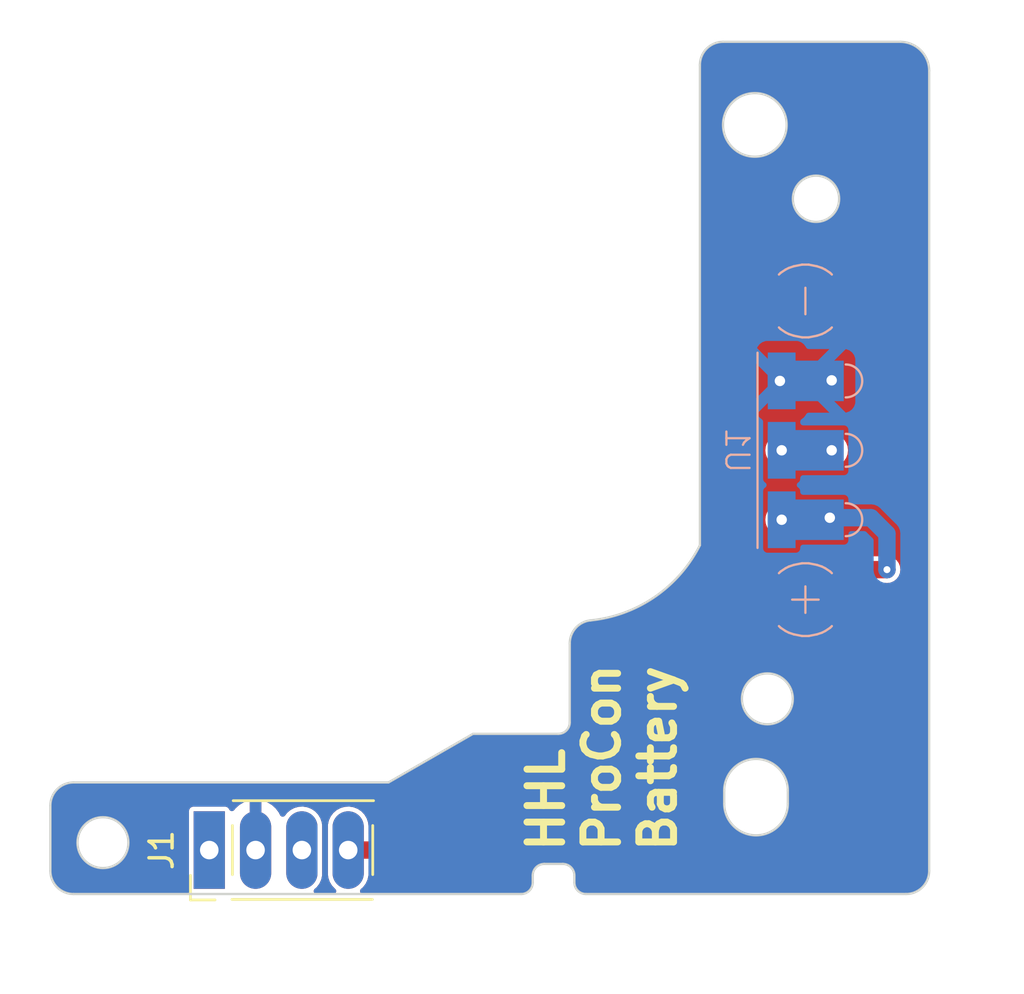
<source format=kicad_pcb>
(kicad_pcb (version 20221018) (generator pcbnew)
  (layers (0 "F.Cu" signal) (31 "B.Cu" signal) (34 "B.Paste" user) (35 "F.Paste" user) (36 "B.SilkS" user "B.Silkscreen") (37 "F.SilkS" user "F.Silkscreen") (38 "B.Mask" user) (39 "F.Mask" user) (44 "Edge.Cuts" user))
  (net 0 "")
  (net 1 "BATTERY_TS_TIEDOWN")
  (net 2 "GND")
  (net 3 "BATTERY_TS_SENSE")
  (net 4 "BATTERY_POS")
  (net 5 "unconnected-(U1-NC-Pad2)")
  (footprint "hhl:4PinHeaderLong" (layer "F.Cu") (at 51.6072 51.1302 90)
    (fp_text reference "J1" (at 0 -2.06 90) (layer "F.SilkS"))
    (fp_text value "Conn_01x04_Pin")
    (fp_line (start -2.1556 -0.8128) (end -1.0956 -0.8128) (stroke (width 0.12)) (layer "F.SilkS"))
    (fp_line (start -2.1556 0.2472) (end -2.1556 -0.8128) (stroke (width 0.12)) (layer "F.SilkS"))
    (fp_line (start -2.1336 0.9832) (end -2.1336 7.0432) (stroke (width 0.12)) (layer "F.SilkS"))
    (fp_line (start -1.06 1) (end 1.06 1) (stroke (width 0.12)) (layer "F.SilkS"))
    (fp_line (start -1.06 7.06) (end 1.06 7.06) (stroke (width 0.12)) (layer "F.SilkS"))
    (fp_line (start 2.1336 1.034) (end 2.1336 7.094) (stroke (width 0.12)) (layer "F.SilkS"))
    (pad "1" thru_hole rect (at 0 0 90) (size 3.35 1.35) (drill 0.8) (layers "*.Cu" "*.Mask") (net 1 "BATTERY_TS_TIEDOWN"))
    (pad "2" thru_hole oval (at 0 2 90) (size 3.35 1.35) (drill 0.8) (layers "*.Cu" "*.Mask") (net 2 "GND"))
    (pad "3" thru_hole oval (at 0 4 90) (size 3.35 1.35) (drill 0.8) (layers "*.Cu" "*.Mask") (net 3 "BATTERY_TS_SENSE"))
    (pad "4" thru_hole oval (at 0 6 90) (size 3.35 1.35) (drill 0.8) (layers "*.Cu" "*.Mask") (net 4 "BATTERY_POS"))
  )
  (footprint "hhl:1982633-1" (layer "B.Cu") (at 77.367 33.8582 90)
    (fp_text reference "U1" (at 0 -2.9704 270 unlocked) (layer "B.SilkS") (effects (font (thickness 0.1)) (justify mirror)))
    (fp_text value "1982633-1")
    (fp_text user "(+)" (at -6.4516 0.1016 270 unlocked) (layer "B.SilkS") (effects (font (size 1.5 1.5) (thickness 0.1)) (justify mirror)))
    (fp_text user "(-)" (at 6.4516 0.1016 270 unlocked) (layer "B.SilkS") (effects (font (size 1.5 1.5) (thickness 0.1)) (justify mirror)))
    (fp_line (start -4.2164 -2.0828) (end 4.2164 -2.0828) (stroke (width 0.1)) (layer "B.SilkS"))
    (fp_arc (start -2.286 1.7272) (mid -2.9972 2.4384) (end -3.7084 1.7272) (stroke (width 0.1)) (layer "B.SilkS"))
    (fp_arc (start 0.7112 1.7272) (mid 0 2.4384) (end -0.7112 1.7272) (stroke (width 0.1)) (layer "B.SilkS"))
    (fp_arc (start 3.7084 1.7272) (mid 2.9972 2.4384) (end 2.286 1.7272) (stroke (width 0.1)) (layer "B.SilkS"))
    (pad "1" smd rect (at -3 -1.04 90) (size 2.45 1.2) (layers "B.Cu" "B.Paste" "B.Mask") (net 4 "BATTERY_POS"))
    (pad "1" smd rect (at -3 0 90) (size 1.75 3.28) (layers "B.Cu" "B.Paste" "B.Mask") (net 4 "BATTERY_POS"))
    (pad "2" smd rect (at 0 -1.04 90) (size 2.45 1.2) (layers "B.Cu" "B.Paste" "B.Mask") (net 5 "unconnected-(U1-NC-Pad2)"))
    (pad "2" smd rect (at 0 0 90) (size 1.75 3.28) (layers "B.Cu" "B.Paste" "B.Mask") (net 5 "unconnected-(U1-NC-Pad2)"))
    (pad "3" smd rect (at 3 -1.04 90) (size 2.45 1.2) (layers "B.Cu" "B.Paste" "B.Mask") (net 2 "GND"))
    (pad "3" smd rect (at 3 0 90) (size 1.75 3.28) (layers "B.Cu" "B.Paste" "B.Mask") (net 2 "GND"))
  )
  (gr_line (start 44.7464 52.0294) (end 44.7464 49.2094) (stroke (width 0.1)) (layer "Edge.Cuts"))
  (gr_circle (center 77.809584 22.9901) (end 76.809584 22.9901) (stroke (width 0.1)) (fill none) (layer "Edge.Cuts"))
  (gr_line (start 65.5764 52.2294) (end 65.5764 52.5294) (stroke (width 0.1)) (layer "Edge.Cuts"))
  (gr_line (start 81.6964 53.0294) (end 67.8764 53.0294) (stroke (width 0.1)) (layer "Edge.Cuts"))
  (gr_line (start 76.594369 49.118379) (end 76.594369 48.568381) (stroke (width 0.1)) (layer "Edge.Cuts"))
  (gr_circle (center 47.015895 50.808722) (end 45.915895 50.808722) (stroke (width 0.1)) (fill none) (layer "Edge.Cuts"))
  (gr_arc (start 67.1764 45.6094) (mid 67.029965 45.962964) (end 66.6764 46.1094) (stroke (width 0.1)) (layer "Edge.Cuts"))
  (gr_arc (start 44.7464 49.2094) (mid 45.039305 48.502304) (end 45.7464 48.2094) (stroke (width 0.1)) (layer "Edge.Cuts"))
  (gr_line (start 45.7464 48.2094) (end 59.3464 48.2094) (stroke (width 0.1)) (layer "Edge.Cuts"))
  (gr_arc (start 76.594369 49.118379) (mid 75.219369 50.493379) (end 73.844369 49.118379) (stroke (width 0.1)) (layer "Edge.Cuts"))
  (gr_arc (start 72.7964 17.2094) (mid 73.089305 16.502304) (end 73.7964 16.2094) (stroke (width 0.1)) (layer "Edge.Cuts"))
  (gr_line (start 82.6964 17.4594) (end 82.6964 52.0294) (stroke (width 0.1)) (layer "Edge.Cuts"))
  (gr_arc (start 72.7964 37.9594) (mid 70.852139 40.187905) (end 68.075733 41.206682) (stroke (width 0.1)) (layer "Edge.Cuts"))
  (gr_arc (start 65.5764 52.2294) (mid 65.722858 51.875857) (end 66.0764 51.7294) (stroke (width 0.1)) (layer "Edge.Cuts"))
  (gr_arc (start 67.8764 53.0294) (mid 67.52289 52.882935) (end 67.3764 52.5294) (stroke (width 0.1)) (layer "Edge.Cuts"))
  (gr_line (start 62.9964 46.1094) (end 66.6764 46.1094) (stroke (width 0.1)) (layer "Edge.Cuts"))
  (gr_line (start 73.844369 48.568377) (end 73.844369 49.118379) (stroke (width 0.1)) (layer "Edge.Cuts"))
  (gr_circle (center 75.709945 44.596217) (end 74.609945 44.596217) (stroke (width 0.1)) (fill none) (layer "Edge.Cuts"))
  (gr_line (start 59.3464 48.2094) (end 62.9964 46.1094) (stroke (width 0.1)) (layer "Edge.Cuts"))
  (gr_line (start 66.8764 51.7294) (end 66.0764 51.7294) (stroke (width 0.1)) (layer "Edge.Cuts"))
  (gr_arc (start 45.7464 53.0294) (mid 45.039337 52.736488) (end 44.7464 52.0294) (stroke (width 0.1)) (layer "Edge.Cuts"))
  (gr_line (start 67.3764 52.5294) (end 67.3764 52.2294) (stroke (width 0.1)) (layer "Edge.Cuts"))
  (gr_circle (center 75.168715 19.798427) (end 73.793715 19.798427) (stroke (width 0.1)) (fill none) (layer "Edge.Cuts"))
  (gr_line (start 73.7964 16.2094) (end 81.4464 16.2094) (stroke (width 0.1)) (layer "Edge.Cuts"))
  (gr_arc (start 66.8764 51.7294) (mid 67.229997 51.875828) (end 67.3764 52.2294) (stroke (width 0.1)) (layer "Edge.Cuts"))
  (gr_line (start 72.7964 37.9594) (end 72.7964 17.2094) (stroke (width 0.1)) (layer "Edge.Cuts"))
  (gr_arc (start 81.4464 16.2094) (mid 82.330287 16.575515) (end 82.6964 17.4594) (stroke (width 0.1)) (layer "Edge.Cuts"))
  (gr_arc (start 67.1764 42.201602) (mid 67.434566 41.53104) (end 68.075733 41.206682) (stroke (width 0.1)) (layer "Edge.Cuts"))
  (gr_line (start 65.0764 53.0294) (end 45.7464 53.0294) (stroke (width 0.1)) (layer "Edge.Cuts"))
  (gr_arc (start 65.5764 52.5294) (mid 65.429965 52.882964) (end 65.0764 53.0294) (stroke (width 0.1)) (layer "Edge.Cuts"))
  (gr_line (start 67.1764 45.6094) (end 67.1764 42.201602) (stroke (width 0.1)) (layer "Edge.Cuts"))
  (gr_arc (start 73.844369 48.568377) (mid 75.219367 47.193385) (end 76.594369 48.568381) (stroke (width 0.1)) (layer "Edge.Cuts"))
  (gr_arc (start 82.6964 52.0294) (mid 82.403519 52.736517) (end 81.6964 53.0294) (stroke (width 0.1)) (layer "Edge.Cuts"))
  (gr_text "HHL\nProCon \nBattery" (at 71.8566 51.3334 90) (layer "F.SilkS") (effects (font (size 1.5 1.5) (thickness 0.3) bold) (justify left bottom)))
  (via (at 76.2508 30.861) (size 1) (drill 0.45) (layers "F.Cu" "B.Cu") (net 2))
  (via (at 78.486 30.8356) (size 1) (drill 0.45) (layers "F.Cu" "B.Cu") (net 2))
  (segment (start 78.4126 30.8582) (end 78.4352 30.8356) (width 0.75) (layer "B.Cu") (net 2))
  (segment (start 78.486 30.7848) (end 78.4352 30.8356) (width 0.75) (layer "B.Cu") (net 2))
  (segment (start 78.4352 30.8356) (end 78.486 30.8356) (width 0.75) (layer "B.Cu") (net 2))
  (segment (start 78.486 30.8356) (end 78.486 30.7848) (width 0.75) (layer "B.Cu") (net 2))
  (segment (start 75.7936 39.0144) (end 80.8736 39.0144) (width 0.75) (layer "F.Cu") (net 4))
  (segment (start 63.7794 50.546) (end 63.8556 50.4698) (width 0.75) (layer "F.Cu") (net 4))
  (segment (start 73.5838 41.2242) (end 75.7936 39.0144) (width 0.75) (layer "F.Cu") (net 4))
  (segment (start 68.072 50.4698) (end 69.4944 50.4698) (width 0.75) (layer "F.Cu") (net 4))
  (segment (start 71.1454 43.6626) (end 73.5838 41.2242) (width 0.75) (layer "F.Cu") (net 4))
  (segment (start 71.1454 45.085) (end 71.1454 43.6626) (width 0.75) (layer "F.Cu") (net 4))
  (segment (start 57.6072 51.1302) (end 63.1952 51.1302) (width 0.75) (layer "F.Cu") (net 4))
  (segment (start 76.413855 36.771345) (end 76.327 36.8582) (width 0.75) (layer "F.Cu") (net 4))
  (segment (start 69.4944 50.4698) (end 70.8406 49.1236) (width 0.75) (layer "F.Cu") (net 4))
  (segment (start 63.8556 50.4698) (end 68.072 50.4698) (width 0.75) (layer "F.Cu") (net 4))
  (segment (start 78.405459 36.771345) (end 76.413855 36.771345) (width 0.75) (layer "F.Cu") (net 4))
  (segment (start 71.1454 48.8188) (end 71.1454 45.085) (width 0.75) (layer "F.Cu") (net 4))
  (segment (start 63.1952 51.1302) (end 63.7794 50.546) (width 0.75) (layer "F.Cu") (net 4))
  (segment (start 70.8406 49.1236) (end 71.1454 48.8188) (width 0.75) (layer "F.Cu") (net 4))
  (via (at 76.327 36.8582) (size 1) (drill 0.45) (layers "F.Cu" "B.Cu") (net 4))
  (via (at 80.8736 39.0144) (size 0.75) (drill 0.3) (layers "F.Cu" "B.Cu") (net 4))
  (via (at 78.405459 36.771345) (size 1) (drill 0.45) (layers "F.Cu" "B.Cu") (net 4))
  (segment (start 80.179945 36.771345) (end 78.405459 36.771345) (width 0.75) (layer "B.Cu") (net 4))
  (segment (start 80.8736 37.465) (end 80.179945 36.771345) (width 0.75) (layer "B.Cu") (net 4))
  (segment (start 80.8736 39.0144) (end 80.8736 37.465) (width 0.75) (layer "B.Cu") (net 4))
  (segment (start 78.486 33.8582) (end 76.327 33.8582) (width 0.75) (layer "F.Cu") (net 5))
  (via (at 76.327 33.8582) (size 1) (drill 0.45) (layers "F.Cu" "B.Cu") (net 5))
  (via (at 78.486 33.8582) (size 1) (drill 0.45) (layers "F.Cu" "B.Cu") (net 5))
  (segment (start 77.367 33.8582) (end 78.486 33.8582) (width 0.75) (layer "B.Cu") (net 5))
  (zone (net 0) (net_name "") (layer "F.Cu") (name "keepout") (connect_pads (clearance 0)) (min_thickness 0.25)
    (keepout (tracks not_allowed) (vias not_allowed) (pads not_allowed) (copperpour not_allowed) (footprints allowed))
    (fill (thermal_gap 0.5) (thermal_bridge_width 0.5))
    (polygon (pts (xy 77.637071 44.596217) (xy 77.617456 44.321958) (xy 77.559009 44.053283) (xy 77.46292 43.79566) (xy 77.331147 43.554334) (xy 77.16637 43.334218) (xy 76.971944 43.139792) (xy 76.751828 42.975015) (xy 76.510502 42.843242) (xy 76.252879 42.747153) (xy 75.984204 42.688706) (xy 75.709945 42.669091) (xy 75.435686 42.688706) (xy 75.167011 42.747153) (xy 74.909388 42.843242) (xy 74.668062 42.975015) (xy 74.447946 43.139792) (xy 74.25352 43.334218) (xy 74.088743 43.554334) (xy 73.95697 43.79566) (xy 73.860881 44.053283) (xy 73.802434 44.321958) (xy 73.782819 44.596217) (xy 73.802434 44.870476) (xy 73.860881 45.139151) (xy 73.95697 45.396774) (xy 74.088743 45.6381) (xy 74.25352 45.858216) (xy 74.447946 46.052642) (xy 74.668062 46.217419) (xy 74.909388 46.349192) (xy 75.167011 46.445281) (xy 75.435686 46.503728) (xy 75.709945 46.523343) (xy 75.984204 46.503728) (xy 76.252879 46.445281) (xy 76.510502 46.349192) (xy 76.751828 46.217419) (xy 76.971944 46.052642) (xy 77.16637 45.858216) (xy 77.331147 45.6381) (xy 77.46292 45.396774) (xy 77.559009 45.139151) (xy 77.617456 44.870476) (xy 77.637071 44.596217)))
  )
  (zone (net 2) (net_name "GND") (layers "F&B.Cu") (connect_pads (clearance 0.2)) (min_thickness 0.25) (fill yes (thermal_gap 0.5) (thermal_bridge_width 0.5))
    (polygon (pts (xy 65.6082 35.8902) (xy 67.9958 14.4018) (xy 86.7918 14.7066) (xy 85.471 54.991) (xy 42.6466 55.245) (xy 42.5704 46.8884)))
  )
)
</source>
